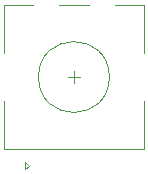
<source format=gbr>
%TF.GenerationSoftware,KiCad,Pcbnew,(5.1.10)-1*%
%TF.CreationDate,2022-05-03T20:22:29+07:00*%
%TF.ProjectId,75F,3735462e-6b69-4636-9164-5f7063625858,rev?*%
%TF.SameCoordinates,Original*%
%TF.FileFunction,Legend,Top*%
%TF.FilePolarity,Positive*%
%FSLAX46Y46*%
G04 Gerber Fmt 4.6, Leading zero omitted, Abs format (unit mm)*
G04 Created by KiCad (PCBNEW (5.1.10)-1) date 2022-05-03 20:22:29*
%MOMM*%
%LPD*%
G01*
G04 APERTURE LIST*
%ADD10C,0.120000*%
G04 APERTURE END LIST*
D10*
%TO.C,SW2*%
X31575000Y-23812500D02*
G75*
G03*
X31575000Y-23812500I-3000000J0D01*
G01*
X22675000Y-21812500D02*
X22675000Y-17712500D01*
X34475000Y-17712500D02*
X34475000Y-21812500D01*
X34475000Y-25812500D02*
X34475000Y-29912500D01*
X22675000Y-25812500D02*
X22675000Y-29912500D01*
X22675000Y-29912500D02*
X34475000Y-29912500D01*
X24775000Y-31312500D02*
X24475000Y-31612500D01*
X24475000Y-31612500D02*
X24475000Y-31012500D01*
X24475000Y-31012500D02*
X24775000Y-31312500D01*
X22675000Y-17712500D02*
X25075000Y-17712500D01*
X27275000Y-17712500D02*
X29875000Y-17712500D01*
X32075000Y-17712500D02*
X34475000Y-17712500D01*
X28075000Y-23812500D02*
X29075000Y-23812500D01*
X28575000Y-24312500D02*
X28575000Y-23312500D01*
%TD*%
M02*

</source>
